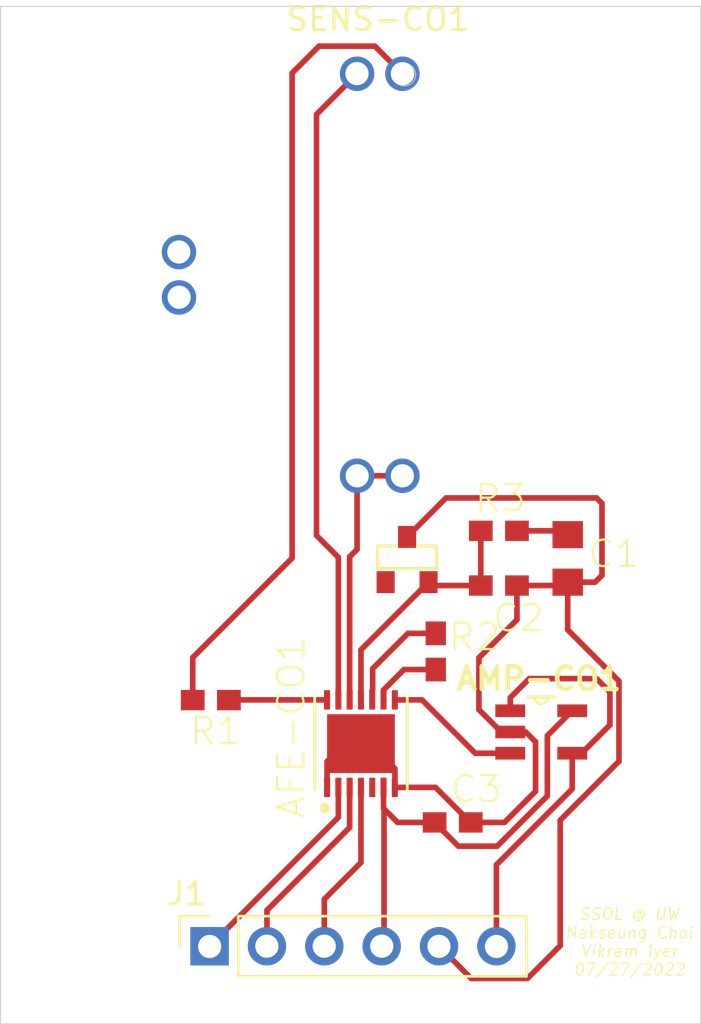
<source format=kicad_pcb>
(kicad_pcb (version 20211014) (generator pcbnew)
  (title_block (title "3SP_CO_1000_P_Package") (date "2022-07-27") (rev "V1.0") (company "University of Washington") (comment 1 "Vikram Iyer") (comment 2 "Nakseung Choi"))
  (layers (0 "F.Cu" signal) (1 "In1.Cu" signal) (2 "In2.Cu" signal) (31 "B.Cu" signal) (34 "B.Paste" user) (35 "F.Paste" user) (36 "B.SilkS" user "B.Silkscreen") (37 "F.SilkS" user "F.Silkscreen") (38 "B.Mask" user) (39 "F.Mask" user) (44 "Edge.Cuts" user))
  (net 0 "")
  (net 1 "GND")
  (net 2 "/~{GASSENS-EN}")
  (net 3 "/SCL")
  (net 4 "/SDA")
  (net 5 "/VDD")
  (net 6 "/VREFADC")
  (net 7 "/CO-AMPVOUT")
  (net 8 "/3V3ACC")
  (net 9 "Net-(C1-Pad1)")
  (net 10 "Net-(AFE-CO1-Pad8)")
  (net 11 "Net-(AFE-CO1-Pad9)")
  (net 12 "Net-(AFE-CO1-Pad10)")
  (net 13 "Net-(AFE-CO1-Pad12)")
  (net 14 "Net-(AFE-CO1-Pad13)")
  (net 15 "Net-(AFE-CO1-Pad14)")
  (net 16 "Net-(R1-Pad1)")
  (footprint "EcobitNRF9160 EV3:RESC0805_N" (layer "F.Cu") (at 141.732 103.124 -90)
    (fp_text reference "C1" (at 0.436 -3.248) (layer "F.SilkS") (effects (font (size 1.1684 1.1684) (thickness 0.1016)) (justify right bottom)))
    (fp_text value "10uF 10V 20% Tant" hide)
    (pad "1" smd rect (at -1.1 0 270) (size 1.2 1.35) (layers "F.Cu" "F.Paste" "F.Mask") (net 9 "Net-(C1-Pad1)"))
    (pad "2" smd rect (at 1 0 270) (size 1.2 1.35) (layers "F.Cu" "F.Paste" "F.Mask") (net 1 "GND"))
  )
  (footprint "EcobitNRF9160 EV3:SOT95P320X145-5N" (layer "F.Cu") (at 140.56 110.75)
    (fp_text reference "AMP-CO1" (at 3.65 -1.77) (layer "F.SilkS") (effects (font (thickness 0.208367)) (justify right bottom)))
    (fp_text value "MCP6041T-E/OT" hide)
    (fp_line (start -0.3048 -1.5494) (end -0.6096 -1.5494) (layer "F.SilkS") (width 0.1524))
    (fp_line (start 0.6096 -1.5494) (end 0.3048 -1.5494) (layer "F.SilkS") (width 0.1524))
    (fp_line (start 0.3048 -1.5494) (end -0.3048 -1.5494) (layer "F.SilkS") (width 0.1524))
    (fp_arc (start 0.3048 -1.5494) (mid 0 -1.2446) (end -0.3048 -1.5494) (layer "F.SilkS") (width 0.12))
    (pad "1" smd rect (at -1.3716 -0.9398) (size 1.3208 0.5588) (layers "F.Cu" "F.Paste" "F.Mask") (net 7 "/CO-AMPVOUT"))
    (pad "2" smd rect (at -1.3716 0) (size 1.3208 0.5588) (layers "F.Cu" "F.Paste" "F.Mask") (net 1 "GND"))
    (pad "3" smd rect (at -1.3716 0.9398) (size 1.3208 0.5588) (layers "F.Cu" "F.Paste" "F.Mask") (net 10 "Net-(AFE-CO1-Pad8)"))
    (pad "4" smd rect (at 1.3716 0.9398) (size 1.3208 0.5588) (layers "F.Cu" "F.Paste" "F.Mask") (net 7 "/CO-AMPVOUT"))
    (pad "5" smd rect (at 1.3716 -0.9398) (size 1.3208 0.5588) (layers "F.Cu" "F.Paste" "F.Mask") (net 5 "/VDD"))
  )
  (footprint "EcobitNRF9160 EV3:RESC0603_N" (layer "F.Cu") (at 135.89 107.188 -90)
    (fp_text reference "R2" (at 0.042 -2.93 180) (layer "F.SilkS") (effects (font (size 1.1684 1.1684) (thickness 0.1016)) (justify right bottom)))
    (fp_text value "499k" hide)
    (pad "1" smd rect (at -0.8 0 270) (size 1.05 0.9) (layers "F.Cu" "F.Paste" "F.Mask") (net 12 "Net-(AFE-CO1-Pad10)"))
    (pad "2" smd rect (at 0.8 0 270) (size 1.05 0.9) (layers "F.Cu" "F.Paste" "F.Mask") (net 11 "Net-(AFE-CO1-Pad9)"))
  )
  (footprint "EcobitNRF9160 EV3:RESC0603_N" (layer "F.Cu") (at 138.684 101.854 180)
    (fp_text reference "R3" (at -1.27 0.762 180) (layer "F.SilkS") (effects (font (size 1.1684 1.1684) (thickness 0.1016)) (justify right bottom)))
    (fp_text value "1k" hide)
    (pad "1" smd rect (at -0.8 0 180) (size 1.05 0.9) (layers "F.Cu" "F.Paste" "F.Mask") (net 9 "Net-(C1-Pad1)"))
    (pad "2" smd rect (at 0.8 0 180) (size 1.05 0.9) (layers "F.Cu" "F.Paste" "F.Mask") (net 6 "/VREFADC"))
  )
  (footprint "EcobitNRF9160 EV3:SOT-23-3" (layer "F.Cu") (at 134.62 103.124)
    (fp_text reference "IC1")
    (fp_text value "ISL60002DIH320Z-TK" hide)
    (fp_line (start -1.3 0.4) (end 1.3 0.4) (layer "F.SilkS") (width 0.15))
    (fp_line (start 1.3 -0.6) (end 0.5 -0.6) (layer "F.SilkS") (width 0.15))
    (fp_line (start 1.3 0.4) (end 1.3 -0.6) (layer "F.SilkS") (width 0.15))
    (fp_line (start -0.5 -0.6) (end -1.3 -0.6) (layer "F.SilkS") (width 0.15))
    (fp_line (start -1.3 -0.6) (end -1.3 0.4) (layer "F.SilkS") (width 0.15))
    (pad "1" smd rect (at -0.95 1 90) (size 0.972 0.802) (layers "F.Cu" "F.Paste" "F.Mask") (net 8 "/3V3ACC"))
    (pad "2" smd rect (at 0.95 1 90) (size 0.972 0.802) (layers "F.Cu" "F.Paste" "F.Mask") (net 6 "/VREFADC"))
    (pad "3" smd rect (at 0 -1 90) (size 0.972 0.802) (layers "F.Cu" "F.Paste" "F.Mask") (net 1 "GND"))
  )
  (footprint "EcobitNRF9160 EV3:RESC0603_N" (layer "F.Cu") (at 138.684 104.274)
    (fp_text reference "C2" (at 2.076 2.126 180) (layer "F.SilkS") (effects (font (size 1.1684 1.1684) (thickness 0.1016)) (justify right bottom)))
    (fp_text value "0.1uF" hide)
    (pad "1" smd rect (at -0.8 0) (size 1.05 0.9) (layers "F.Cu" "F.Paste" "F.Mask") (net 6 "/VREFADC"))
    (pad "2" smd rect (at 0.8 0) (size 1.05 0.9) (layers "F.Cu" "F.Paste" "F.Mask") (net 1 "GND"))
  )
  (footprint "EcobitNRF9160 EV3:SON50P400X400X80-15N" (layer "F.Cu") (at 132.577266 111.265267 90)
    (fp_text reference "AFE-CO1" (at -3.37179 -2.401268 90) (layer "F.SilkS") (effects (font (size 1.169015 1.169015) (thickness 0.101653)) (justify left bottom)))
    (fp_text value "LMP91000SD/NOPB" hide)
    (fp_line (start 2.05 2.05) (end -2.05 2.05) (layer "F.SilkS") (width 0.127))
    (fp_line (start -2.05 -2.05) (end 2.05 -2.05) (layer "F.SilkS") (width 0.127))
    (fp_circle (center -2.85 -1.6) (end -2.73 -1.6) (layer "F.SilkS") (width 0.24) (fill none))
    (pad "1" smd roundrect (at -1.935 -1.5 90) (size 0.86 0.27) (layers "F.Cu" "F.Paste" "F.Mask") (roundrect_rratio 0.125) (net 1 "GND"))
    (pad "2" smd roundrect (at -1.935 -1 90) (size 0.86 0.27) (layers "F.Cu" "F.Paste" "F.Mask") (roundrect_rratio 0.125) (net 2 "/~{GASSENS-EN}"))
    (pad "3" smd roundrect (at -1.935 -0.5 90) (size 0.86 0.27) (layers "F.Cu" "F.Paste" "F.Mask") (roundrect_rratio 0.125) (net 3 "/SCL"))
    (pad "4" smd roundrect (at -1.935 0 90) (size 0.86 0.27) (layers "F.Cu" "F.Paste" "F.Mask") (roundrect_rratio 0.125) (net 4 "/SDA"))
    (pad "5" smd roundrect (at -1.935 0.5 90) (size 0.86 0.27) (layers "F.Cu" "F.Paste" "F.Mask") (roundrect_rratio 0.125))
    (pad "6" smd roundrect (at -1.935 1 90) (size 0.86 0.27) (layers "F.Cu" "F.Paste" "F.Mask") (roundrect_rratio 0.125) (net 5 "/VDD"))
    (pad "7" smd roundrect (at -1.935 1.5 90) (size 0.86 0.27) (layers "F.Cu" "F.Paste" "F.Mask") (roundrect_rratio 0.125) (net 1 "GND"))
    (pad "8" smd roundrect (at 1.935 1.5 270) (size 0.86 0.27) (layers "F.Cu" "F.Paste" "F.Mask") (roundrect_rratio 0.125) (net 10 "Net-(AFE-CO1-Pad8)"))
    (pad "9" smd roundrect (at 1.935 1 270) (size 0.86 0.27) (layers "F.Cu" "F.Paste" "F.Mask") (roundrect_rratio 0.125) (net 11 "Net-(AFE-CO1-Pad9)"))
    (pad "10" smd roundrect (at 1.935 0.5 270) (size 0.86 0.27) (layers "F.Cu" "F.Paste" "F.Mask") (roundrect_rratio 0.125) (net 12 "Net-(AFE-CO1-Pad10)"))
    (pad "11" smd roundrect (at 1.935 0 270) (size 0.86 0.27) (layers "F.Cu" "F.Paste" "F.Mask") (roundrect_rratio 0.125) (net 6 "/VREFADC"))
    (pad "12" smd roundrect (at 1.935 -0.5 270) (size 0.86 0.27) (layers "F.Cu" "F.Paste" "F.Mask") (roundrect_rratio 0.125) (net 13 "Net-(AFE-CO1-Pad12)"))
    (pad "13" smd roundrect (at 1.935 -1 270) (size 0.86 0.27) (layers "F.Cu" "F.Paste" "F.Mask") (roundrect_rratio 0.125) (net 14 "Net-(AFE-CO1-Pad13)"))
    (pad "14" smd roundrect (at 1.935 -1.5 270) (size 0.86 0.27) (layers "F.Cu" "F.Paste" "F.Mask") (roundrect_rratio 0.125) (net 15 "Net-(AFE-CO1-Pad14)"))
    (pad "15" smd rect (at 0 0 90) (size 2.6 3) (layers "F.Cu" "F.Mask") (net 1 "GND"))
  )
  (footprint "EcobitNRF9160 EV3:RESC0603_N" (layer "F.Cu") (at 125.93 109.34)
    (fp_text reference "R1" (at -1 2.05) (layer "F.SilkS") (effects (font (size 1.1684 1.1684) (thickness 0.1016)) (justify left bottom)))
    (fp_text value "499k" hide)
    (pad "1" smd rect (at -0.8 0) (size 1.05 0.9) (layers "F.Cu" "F.Paste" "F.Mask") (net 16 "Net-(R1-Pad1)"))
    (pad "2" smd rect (at 0.8 0) (size 1.05 0.9) (layers "F.Cu" "F.Paste" "F.Mask") (net 15 "Net-(AFE-CO1-Pad14)"))
  )
  (footprint "Libraries:3SP_CO_1000_P_Package_2" (layer "F.Cu") (at 133.409995 90.529994)
    (fp_text reference "SENS-CO1" (at -0.0762 -11.303 unlocked) (layer "F.SilkS"))
    (fp_text value "SPECSENSOR" hide)
    (pad "1" thru_hole circle locked (at -1.0033 8.89) (size 1.524 1.524) (drill 1.00076) (layers *.Cu *.Mask) (net 13 "Net-(AFE-CO1-Pad12)"))
    (pad "2" thru_hole circle locked (at -8.89 1.0033) (size 1.524 1.524) (drill 1.00076) (layers *.Cu *.Mask))
    (pad "3" thru_hole circle locked (at -8.89 -1.0033) (size 1.524 1.524) (drill 1.00076) (layers *.Cu *.Mask))
    (pad "4" thru_hole circle locked (at -1.0033 -8.89) (size 1.524 1.524) (drill 1.00076) (layers *.Cu *.Mask) (net 14 "Net-(AFE-CO1-Pad13)"))
    (pad "5" thru_hole circle locked (at 1.0033 -8.89) (size 1.524 1.524) (drill 1.00076) (layers *.Cu *.Mask) (net 16 "Net-(R1-Pad1)"))
    (pad "6" thru_hole circle locked (at 1.0033 8.89) (size 1.524 1.524) (drill 1.00076) (layers *.Cu *.Mask) (net 13 "Net-(AFE-CO1-Pad12)"))
  )
  (footprint "Connector_PinSocket_2.54mm:PinSocket_1x06_P2.54mm_Vertical" (layer "F.Cu") (at 125.875 120.225 90)
    (fp_text reference "J1" (at 2.325 -1.015 180) (layer "F.SilkS"))
    (fp_text value "Conn_01x06_Male" hide)
    (fp_line (start 1.33 1.27) (end 1.33 14.03) (layer "F.SilkS") (width 0.12))
    (fp_line (start 1.33 -1.33) (end 1.33 0) (layer "F.SilkS") (width 0.12))
    (fp_line (start -1.33 14.03) (end 1.33 14.03) (layer "F.SilkS") (width 0.12))
    (fp_line (start -1.33 1.27) (end 1.33 1.27) (layer "F.SilkS") (width 0.12))
    (fp_line (start -1.33 1.27) (end -1.33 14.03) (layer "F.SilkS") (width 0.12))
    (fp_line (start 0 -1.33) (end 1.33 -1.33) (layer "F.SilkS") (width 0.12))
    (pad "1" thru_hole rect (at 0 0 90) (size 1.7 1.7) (drill 1) (layers *.Cu *.Mask) (net 2 "/~{GASSENS-EN}"))
    (pad "2" thru_hole oval (at 0 2.54 90) (size 1.7 1.7) (drill 1) (layers *.Cu *.Mask) (net 3 "/SCL"))
    (pad "3" thru_hole oval (at 0 5.08 90) (size 1.7 1.7) (drill 1) (layers *.Cu *.Mask) (net 4 "/SDA"))
    (pad "4" thru_hole oval (at 0 7.62 90) (size 1.7 1.7) (drill 1) (layers *.Cu *.Mask) (net 5 "/VDD"))
    (pad "5" thru_hole oval (at 0 10.16 90) (size 1.7 1.7) (drill 1) (layers *.Cu *.Mask) (net 1 "GND"))
    (pad "6" thru_hole oval (at 0 12.7 90) (size 1.7 1.7) (drill 1) (layers *.Cu *.Mask) (net 7 "/CO-AMPVOUT"))
  )
  (footprint "EcobitNRF9160 EV3:RESC0603_N" (layer "F.Cu") (at 136.64 114.75)
    (fp_text reference "C3" (at 2.24 -0.79 180) (layer "F.SilkS") (effects (font (size 1.1684 1.1684) (thickness 0.1016)) (justify right bottom)))
    (fp_text value "0.1uF" hide)
    (pad "1" smd rect (at -0.8 0) (size 1.05 0.9) (layers "F.Cu" "F.Paste" "F.Mask") (net 5 "/VDD"))
    (pad "2" smd rect (at 0.8 0) (size 1.05 0.9) (layers "F.Cu" "F.Paste" "F.Mask") (net 1 "GND"))
  )
  (gr_circle (center 134.43038 81.64) (end 134.93076 81.64) (layer "Edge.Cuts") (width 0.0381) (fill none))
  (gr_circle (center 134.50038 81.68) (end 135.00076 81.68) (layer "Edge.Cuts") (width 0.0381) (fill none))
  (gr_circle (center 133.5 120.22) (end 134.00038 120.22) (layer "Edge.Cuts") (width 0.0381) (fill none))
  (gr_circle (center 134.411822 99.419994) (end 134.912202 99.419994) (layer "Edge.Cuts") (width 0.0381) (fill none))
  (gr_rect (start 116.619993 78.659988) (end 147.620007 123.66) (layer "Edge.Cuts") (width 0.05) (fill none))
  (gr_circle (center 124.50962 89.52) (end 125.01 89.52) (layer "Edge.Cuts") (width 0.0381) (fill none))
  (gr_circle (center 125.88 120.24) (end 126.38038 120.24) (layer "Edge.Cuts") (width 0.0381) (fill none))
  (gr_circle (center 134.411822 81.639994) (end 134.912202 81.639994) (layer "Edge.Cuts") (width 0.0381) (fill none))
  (gr_circle (center 132.40962 99.42) (end 132.91 99.42) (layer "Edge.Cuts") (width 0.0381) (fill none))
  (gr_circle (center 136.03 120.23) (end 136.53038 120.23) (layer "Edge.Cuts") (width 0.0381) (fill none))
  (gr_circle (center 138.58 120.24) (end 139.08038 120.24) (layer "Edge.Cuts") (width 0.0381) (fill none))
  (gr_circle (center 124.52962 91.52) (end 125.03 91.52) (layer "Edge.Cuts") (width 0.0381) (fill none))
  (gr_circle (center 128.41 120.22) (end 128.91038 120.22) (layer "Edge.Cuts") (width 0.0381) (fill none))
  (gr_circle (center 130.95 120.22) (end 131.45038 120.22) (layer "Edge.Cuts") (width 0.0381) (fill none))
  (gr_circle (center 132.40038 81.63) (end 132.90076 81.63) (layer "Edge.Cuts") (width 0.0381) (fill none))
  (gr_text "SSOL @ UW\nNakseung Choi\nVikram Iyer\n07/27/2022" (at 144.47 120.03) (layer "F.SilkS") (effects (font (size 0.508 0.508) (thickness 0.0635) italic)))
  (segment (start 139.484 105.786) (end 137.8 107.47) (width 0.25) (layer "F.Cu") (net 1))
  (segment (start 137.44 114.75) (end 138.93 114.75) (width 0.25) (layer "F.Cu") (net 1))
  (segment (start 135.88 113.2) (end 137.43 114.75) (width 0.25) (layer "F.Cu") (net 1))
  (segment (start 136.344 100.4) (end 143.01 100.4) (width 0.25) (layer "F.Cu") (net 1))
  (segment (start 137.8 109.76) (end 138.79 110.75) (width 0.25) (layer "F.Cu") (net 1))
  (segment (start 139.484 104.274) (end 141.582 104.274) (width 0.25) (layer "F.Cu") (net 1))
  (segment (start 144.0024 112.0476) (end 141.4 114.65) (width 0.25) (layer "F.Cu") (net 1))
  (segment (start 132.577266 111.265267) (end 131.864733 111.265267) (width 0.25) (layer "F.Cu") (net 1))
  (segment (start 134.08 113.197533) (end 134.077266 113.200267) (width 0.25) (layer "F.Cu") (net 1))
  (segment (start 139.484 104.274) (end 139.484 105.786) (width 0.25) (layer "F.Cu") (net 1))
  (segment (start 141.732 104.124) (end 141.732 106.232) (width 0.25) (layer "F.Cu") (net 1))
  (segment (start 140.31 113.37) (end 140.31 111.19) (width 0.25) (layer "F.Cu") (net 1))
  (segment (start 134.08 112.37) (end 134.08 113.197533) (width 0.25) (layer "F.Cu") (net 1))
  (segment (start 143.25 100.64) (end 143.25 103.82) (width 0.25) (layer "F.Cu") (net 1))
  (segment (start 140.31 111.19) (end 139.87 110.75) (width 0.25) (layer "F.Cu") (net 1))
  (segment (start 139.95 121.65) (end 137.46 121.65) (width 0.25) (layer "F.Cu") (net 1))
  (segment (start 132.975267 111.265267) (end 134.08 112.37) (width 0.25) (layer "F.Cu") (net 1))
  (segment (start 138.79 110.75) (end 139.1884 110.75) (width 0.25) (layer "F.Cu") (net 1))
  (segment (start 144.0024 108.5024) (end 144.0024 112.0476) (width 0.25) (layer "F.Cu") (net 1))
  (segment (start 134.077266 113.200267) (end 134.077533 113.2) (width 0.25) (layer "F.Cu") (net 1))
  (segment (start 137.46 121.65) (end 136.035 120.225) (width 0.25) (layer "F.Cu") (net 1))
  (segment (start 141.4 114.65) (end 141.4 120.2) (width 0.25) (layer "F.Cu") (net 1))
  (segment (start 143.25 103.82) (end 142.946 104.124) (width 0.25) (layer "F.Cu") (net 1))
  (segment (start 142.946 104.124) (end 141.732 104.124) (width 0.25) (layer "F.Cu") (net 1))
  (segment (start 137.8 107.47) (end 137.8 109.76) (width 0.25) (layer "F.Cu") (net 1))
  (segment (start 143.01 100.4) (end 143.25 100.64) (width 0.25) (layer "F.Cu") (net 1))
  (segment (start 131.864733 111.265267) (end 131.077266 112.052734) (width 0.25) (layer "F.Cu") (net 1))
  (segment (start 131.077266 112.052734) (end 131.077266 113.200267) (width 0.25) (layer "F.Cu") (net 1))
  (segment (start 134.62 102.124) (end 136.344 100.4) (width 0.25) (layer "F.Cu") (net 1))
  (segment (start 132.577266 111.265267) (end 132.975267 111.265267) (width 0.25) (layer "F.Cu") (net 1))
  (segment (start 137.43 114.75) (end 137.44 114.75) (width 0.25) (layer "F.Cu") (net 1))
  (segment (start 134.077533 113.2) (end 135.88 113.2) (width 0.25) (layer "F.Cu") (net 1))
  (segment (start 141.4 120.2) (end 139.95 121.65) (width 0.25) (layer "F.Cu") (net 1))
  (segment (start 139.87 110.75) (end 139.1884 110.75) (width 0.25) (layer "F.Cu") (net 1))
  (segment (start 141.582 104.274) (end 141.732 104.124) (width 0.25) (layer "F.Cu") (net 1))
  (segment (start 141.732 106.232) (end 144.0024 108.5024) (width 0.25) (layer "F.Cu") (net 1))
  (segment (start 138.93 114.75) (end 140.31 113.37) (width 0.25) (layer "F.Cu") (net 1))
  (segment (start 131.577266 113.200267) (end 131.577266 114.522734) (width 0.25) (layer "F.Cu") (net 2))
  (segment (start 131.577266 114.522734) (end 125.875 120.225) (width 0.25) (layer "F.Cu") (net 2))
  (segment (start 132.077266 114.972734) (end 128.415 118.635) (width 0.25) (layer "F.Cu") (net 3))
  (segment (start 128.415 118.635) (end 128.415 120.225) (width 0.25) (layer "F.Cu") (net 3))
  (segment (start 132.077266 113.200267) (end 132.077266 114.972734) (width 0.25) (layer "F.Cu") (net 3))
  (segment (start 130.955 118.145) (end 130.955 120.225) (width 0.25) (layer "F.Cu") (net 4))
  (segment (start 132.577266 116.522734) (end 130.955 118.145) (width 0.25) (layer "F.Cu") (net 4))
  (segment (start 132.577266 113.200267) (end 132.577266 116.522734) (width 0.25) (layer "F.Cu") (net 4))
  (segment (start 140.83 110.9118) (end 140.83 113.58) (width 0.25) (layer "F.Cu") (net 5))
  (segment (start 141.9316 109.8102) (end 140.83 110.9118) (width 0.25) (layer "F.Cu") (net 5))
  (segment (start 140.83 113.58) (end 138.61 115.8) (width 0.25) (layer "F.Cu") (net 5))
  (segment (start 138.61 115.8) (end 136.89 115.8) (width 0.25) (layer "F.Cu") (net 5))
  (segment (start 136.89 115.8) (end 135.84 114.75) (width 0.25) (layer "F.Cu") (net 5))
  (segment (start 133.577266 113.200267) (end 133.577266 114.127266) (width 0.25) (layer "F.Cu") (net 5))
  (segment (start 133.6 114.15) (end 133.6 120.12) (width 0.25) (layer "F.Cu") (net 5))
  (segment (start 133.577266 114.127266) (end 133.6 114.15) (width 0.25) (layer "F.Cu") (net 5))
  (segment (start 133.577266 114.127266) (end 134.2 114.75) (width 0.25) (layer "F.Cu") (net 5))
  (segment (start 133.6 120.12) (end 133.495 120.225) (width 0.25) (layer "F.Cu") (net 5))
  (segment (start 134.2 114.75) (end 135.85 114.75) (width 0.25) (layer "F.Cu") (net 5))
  (segment (start 135.72 104.274) (end 135.57 104.124) (width 0.25) (layer "F.Cu") (net 6))
  (segment (start 132.577266 109.330267) (end 132.577266 107.116734) (width 0.25) (layer "F.Cu") (net 6))
  (segment (start 132.577266 107.116734) (end 135.57 104.124) (width 0.25) (layer "F.Cu") (net 6))
  (segment (start 137.884 101.854) (end 137.884 104.274) (width 0.25) (layer "F.Cu") (net 6))
  (segment (start 137.884 104.274) (end 135.72 104.274) (width 0.25) (layer "F.Cu") (net 6))
  (segment (start 139.1884 109.8102) (end 139.1884 109.2316) (width 0.25) (layer "F.Cu") (net 7))
  (segment (start 138.575 116.625) (end 138.575 120.225) (width 0.25) (layer "F.Cu") (net 7))
  (segment (start 139.1884 109.2316) (end 140.03 108.39) (width 0.25) (layer "F.Cu") (net 7))
  (segment (start 143.01 108.39) (end 143.6 108.98) (width 0.25) (layer "F.Cu") (net 7))
  (segment (start 142.3502 111.6898) (end 141.9316 111.6898) (width 0.25) (layer "F.Cu") (net 7))
  (segment (start 143.6 110.44) (end 142.3502 111.6898) (width 0.25) (layer "F.Cu") (net 7))
  (segment (start 141.9316 111.6898) (end 141.9316 113.2684) (width 0.25) (layer "F.Cu") (net 7))
  (segment (start 141.9316 113.2684) (end 138.575 116.625) (width 0.25) (layer "F.Cu") (net 7))
  (segment (start 143.6 108.98) (end 143.6 110.44) (width 0.25) (layer "F.Cu") (net 7))
  (segment (start 140.03 108.39) (end 143.01 108.39) (width 0.25) (layer "F.Cu") (net 7))
  (segment (start 141.562 101.854) (end 141.732 102.024) (width 0.25) (layer "F.Cu") (net 9))
  (segment (start 139.484 101.854) (end 141.562 101.854) (width 0.25) (layer "F.Cu") (net 9))
  (segment (start 135.280267 109.330267) (end 137.64 111.69) (width 0.25) (layer "F.Cu") (net 10))
  (segment (start 134.077266 109.330267) (end 135.280267 109.330267) (width 0.25) (layer "F.Cu") (net 10))
  (segment (start 137.64 111.69) (end 137.6402 111.6898) (width 0.25) (layer "F.Cu") (net 10))
  (segment (start 137.6402 111.6898) (end 139.1884 111.6898) (width 0.25) (layer "F.Cu") (net 10))
  (segment (start 133.577266 109.330267) (end 133.577266 108.892734) (width 0.25) (layer "F.Cu") (net 11))
  (segment (start 134.482 107.988) (end 135.89 107.988) (width 0.25) (layer "F.Cu") (net 11))
  (segment (start 133.577266 108.892734) (end 134.482 107.988) (width 0.25) (layer "F.Cu") (net 11))
  (segment (start 133.096 108.874) (end 133.096 107.95) (width 0.25) (layer "F.Cu") (net 12))
  (segment (start 134.658 106.388) (end 135.89 106.388) (width 0.25) (layer "F.Cu") (net 12))
  (segment (start 133.096 107.95) (end 134.658 106.388) (width 0.25) (layer "F.Cu") (net 12))
  (segment (start 133.077266 109.330267) (end 133.077266 108.892734) (width 0.25) (layer "F.Cu") (net 12))
  (segment (start 133.077266 108.892734) (end 133.096 108.874) (width 0.25) (layer "F.Cu") (net 12))
  (segment (start 132.406695 99.419994) (end 134.413295 99.419994) (width 0.25) (layer "F.Cu") (net 13))
  (segment (start 132.077266 109.330267) (end 132.077266 103.002734) (width 0.25) (layer "F.Cu") (net 13))
  (segment (start 132.077266 103.002734) (end 132.406695 102.673305) (width 0.25) (layer "F.Cu") (net 13))
  (segment (start 132.406695 102.673305) (end 132.406695 99.419994) (width 0.25) (layer "F.Cu") (net 13))
  (segment (start 131.577266 103.027266) (end 130.61 102.06) (width 0.25) (layer "F.Cu") (net 14))
  (segment (start 130.61 83.436689) (end 132.406695 81.639994) (width 0.25) (layer "F.Cu") (net 14))
  (segment (start 131.577266 109.330267) (end 131.577266 103.027266) (width 0.25) (layer "F.Cu") (net 14))
  (segment (start 130.61 102.06) (end 130.61 83.436689) (width 0.25) (layer "F.Cu") (net 14))
  (segment (start 126.71 109.33) (end 131.076999 109.33) (width 0.25) (layer "F.Cu") (net 15))
  (segment (start 131.076999 109.33) (end 131.077266 109.330267) (width 0.25) (layer "F.Cu") (net 15))
  (segment (start 125.13 107.46) (end 125.13 109.34) (width 0.25) (layer "F.Cu") (net 16))
  (segment (start 130.72 80.42) (end 129.53 81.61) (width 0.25) (layer "F.Cu") (net 16))
  (segment (start 134.413295 81.639994) (end 133.193301 80.42) (width 0.25) (layer "F.Cu") (net 16))
  (segment (start 129.53 81.61) (end 129.53 103.06) (width 0.25) (layer "F.Cu") (net 16))
  (segment (start 133.193301 80.42) (end 130.72 80.42) (width 0.25) (layer "F.Cu") (net 16))
  (segment (start 129.53 103.06) (end 125.13 107.46) (width 0.25) (layer "F.Cu") (net 16))
)
</source>
